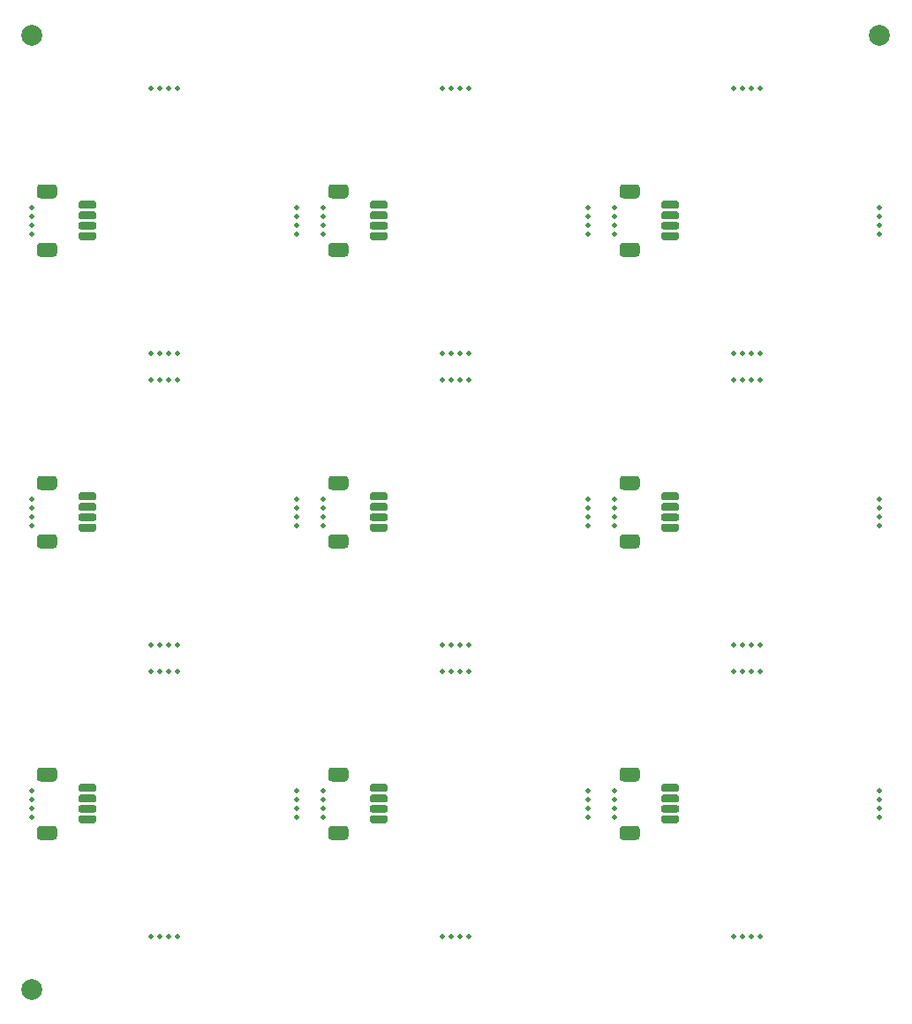
<source format=gts>
G04 #@! TF.GenerationSoftware,KiCad,Pcbnew,6.0.2+dfsg-1*
G04 #@! TF.CreationDate,2024-01-21T16:33:43-07:00*
G04 #@! TF.ProjectId,ckt-dingdong-spk-array,636b742d-6469-46e6-9764-6f6e672d7370,rev?*
G04 #@! TF.SameCoordinates,Original*
G04 #@! TF.FileFunction,Soldermask,Top*
G04 #@! TF.FilePolarity,Negative*
%FSLAX46Y46*%
G04 Gerber Fmt 4.6, Leading zero omitted, Abs format (unit mm)*
G04 Created by KiCad (PCBNEW 6.0.2+dfsg-1) date 2024-01-21 16:33:43*
%MOMM*%
%LPD*%
G01*
G04 APERTURE LIST*
%ADD10C,0.500000*%
%ADD11C,2.000000*%
G04 APERTURE END LIST*
D10*
X133260000Y-40743333D03*
X175170000Y-108900000D03*
G36*
G01*
X140477000Y-94323800D02*
X141727000Y-94323800D01*
G75*
G02*
X141953200Y-94550000I0J-226200D01*
G01*
X141953200Y-94850000D01*
G75*
G02*
X141727000Y-95076200I-226200J0D01*
G01*
X140477000Y-95076200D01*
G75*
G02*
X140250800Y-94850000I0J226200D01*
G01*
X140250800Y-94550000D01*
G75*
G02*
X140477000Y-94323800I226200J0D01*
G01*
G37*
G36*
G01*
X140477000Y-95323800D02*
X141727000Y-95323800D01*
G75*
G02*
X141953200Y-95550000I0J-226200D01*
G01*
X141953200Y-95850000D01*
G75*
G02*
X141727000Y-96076200I-226200J0D01*
G01*
X140477000Y-96076200D01*
G75*
G02*
X140250800Y-95850000I0J226200D01*
G01*
X140250800Y-95550000D01*
G75*
G02*
X140477000Y-95323800I226200J0D01*
G01*
G37*
G36*
G01*
X140477000Y-96323800D02*
X141727000Y-96323800D01*
G75*
G02*
X141953200Y-96550000I0J-226200D01*
G01*
X141953200Y-96850000D01*
G75*
G02*
X141727000Y-97076200I-226200J0D01*
G01*
X140477000Y-97076200D01*
G75*
G02*
X140250800Y-96850000I0J226200D01*
G01*
X140250800Y-96550000D01*
G75*
G02*
X140477000Y-96323800I226200J0D01*
G01*
G37*
G36*
G01*
X140477000Y-97323800D02*
X141727000Y-97323800D01*
G75*
G02*
X141953200Y-97550000I0J-226200D01*
G01*
X141953200Y-97850000D01*
G75*
G02*
X141727000Y-98076200I-226200J0D01*
G01*
X140477000Y-98076200D01*
G75*
G02*
X140250800Y-97850000I0J226200D01*
G01*
X140250800Y-97550000D01*
G75*
G02*
X140477000Y-97323800I226200J0D01*
G01*
G37*
G36*
G01*
X136577000Y-98323800D02*
X137877000Y-98323800D01*
G75*
G02*
X138203200Y-98650000I0J-326200D01*
G01*
X138203200Y-99350000D01*
G75*
G02*
X137877000Y-99676200I-326200J0D01*
G01*
X136577000Y-99676200D01*
G75*
G02*
X136250800Y-99350000I0J326200D01*
G01*
X136250800Y-98650000D01*
G75*
G02*
X136577000Y-98323800I326200J0D01*
G01*
G37*
G36*
G01*
X136577000Y-92723800D02*
X137877000Y-92723800D01*
G75*
G02*
X138203200Y-93050000I0J-326200D01*
G01*
X138203200Y-93750000D01*
G75*
G02*
X137877000Y-94076200I-326200J0D01*
G01*
X136577000Y-94076200D01*
G75*
G02*
X136250800Y-93750000I0J326200D01*
G01*
X136250800Y-93050000D01*
G75*
G02*
X136577000Y-92723800I326200J0D01*
G01*
G37*
X147230000Y-83500000D03*
X135800000Y-39050000D03*
X121830000Y-53020000D03*
X148923333Y-53020000D03*
X120983333Y-55560000D03*
X177710000Y-108900000D03*
X133260000Y-41590000D03*
X107860000Y-95776666D03*
X107860000Y-67836666D03*
X148923333Y-108900000D03*
X163740000Y-39896667D03*
G36*
G01*
X112537000Y-38443800D02*
X113787000Y-38443800D01*
G75*
G02*
X114013200Y-38670000I0J-226200D01*
G01*
X114013200Y-38970000D01*
G75*
G02*
X113787000Y-39196200I-226200J0D01*
G01*
X112537000Y-39196200D01*
G75*
G02*
X112310800Y-38970000I0J226200D01*
G01*
X112310800Y-38670000D01*
G75*
G02*
X112537000Y-38443800I226200J0D01*
G01*
G37*
G36*
G01*
X112537000Y-39443800D02*
X113787000Y-39443800D01*
G75*
G02*
X114013200Y-39670000I0J-226200D01*
G01*
X114013200Y-39970000D01*
G75*
G02*
X113787000Y-40196200I-226200J0D01*
G01*
X112537000Y-40196200D01*
G75*
G02*
X112310800Y-39970000I0J226200D01*
G01*
X112310800Y-39670000D01*
G75*
G02*
X112537000Y-39443800I226200J0D01*
G01*
G37*
G36*
G01*
X112537000Y-40443800D02*
X113787000Y-40443800D01*
G75*
G02*
X114013200Y-40670000I0J-226200D01*
G01*
X114013200Y-40970000D01*
G75*
G02*
X113787000Y-41196200I-226200J0D01*
G01*
X112537000Y-41196200D01*
G75*
G02*
X112310800Y-40970000I0J226200D01*
G01*
X112310800Y-40670000D01*
G75*
G02*
X112537000Y-40443800I226200J0D01*
G01*
G37*
G36*
G01*
X112537000Y-41443800D02*
X113787000Y-41443800D01*
G75*
G02*
X114013200Y-41670000I0J-226200D01*
G01*
X114013200Y-41970000D01*
G75*
G02*
X113787000Y-42196200I-226200J0D01*
G01*
X112537000Y-42196200D01*
G75*
G02*
X112310800Y-41970000I0J226200D01*
G01*
X112310800Y-41670000D01*
G75*
G02*
X112537000Y-41443800I226200J0D01*
G01*
G37*
G36*
G01*
X108637000Y-36843800D02*
X109937000Y-36843800D01*
G75*
G02*
X110263200Y-37170000I0J-326200D01*
G01*
X110263200Y-37870000D01*
G75*
G02*
X109937000Y-38196200I-326200J0D01*
G01*
X108637000Y-38196200D01*
G75*
G02*
X108310800Y-37870000I0J326200D01*
G01*
X108310800Y-37170000D01*
G75*
G02*
X108637000Y-36843800I326200J0D01*
G01*
G37*
G36*
G01*
X108637000Y-42443800D02*
X109937000Y-42443800D01*
G75*
G02*
X110263200Y-42770000I0J-326200D01*
G01*
X110263200Y-43470000D01*
G75*
G02*
X109937000Y-43796200I-326200J0D01*
G01*
X108637000Y-43796200D01*
G75*
G02*
X108310800Y-43470000I0J326200D01*
G01*
X108310800Y-42770000D01*
G75*
G02*
X108637000Y-42443800I326200J0D01*
G01*
G37*
X148076666Y-27620000D03*
X107860000Y-40743333D03*
X175170000Y-55560000D03*
G36*
G01*
X140477000Y-66383800D02*
X141727000Y-66383800D01*
G75*
G02*
X141953200Y-66610000I0J-226200D01*
G01*
X141953200Y-66910000D01*
G75*
G02*
X141727000Y-67136200I-226200J0D01*
G01*
X140477000Y-67136200D01*
G75*
G02*
X140250800Y-66910000I0J226200D01*
G01*
X140250800Y-66610000D01*
G75*
G02*
X140477000Y-66383800I226200J0D01*
G01*
G37*
G36*
G01*
X140477000Y-67383800D02*
X141727000Y-67383800D01*
G75*
G02*
X141953200Y-67610000I0J-226200D01*
G01*
X141953200Y-67910000D01*
G75*
G02*
X141727000Y-68136200I-226200J0D01*
G01*
X140477000Y-68136200D01*
G75*
G02*
X140250800Y-67910000I0J226200D01*
G01*
X140250800Y-67610000D01*
G75*
G02*
X140477000Y-67383800I226200J0D01*
G01*
G37*
G36*
G01*
X140477000Y-68383800D02*
X141727000Y-68383800D01*
G75*
G02*
X141953200Y-68610000I0J-226200D01*
G01*
X141953200Y-68910000D01*
G75*
G02*
X141727000Y-69136200I-226200J0D01*
G01*
X140477000Y-69136200D01*
G75*
G02*
X140250800Y-68910000I0J226200D01*
G01*
X140250800Y-68610000D01*
G75*
G02*
X140477000Y-68383800I226200J0D01*
G01*
G37*
G36*
G01*
X140477000Y-69383800D02*
X141727000Y-69383800D01*
G75*
G02*
X141953200Y-69610000I0J-226200D01*
G01*
X141953200Y-69910000D01*
G75*
G02*
X141727000Y-70136200I-226200J0D01*
G01*
X140477000Y-70136200D01*
G75*
G02*
X140250800Y-69910000I0J226200D01*
G01*
X140250800Y-69610000D01*
G75*
G02*
X140477000Y-69383800I226200J0D01*
G01*
G37*
G36*
G01*
X136577000Y-64783800D02*
X137877000Y-64783800D01*
G75*
G02*
X138203200Y-65110000I0J-326200D01*
G01*
X138203200Y-65810000D01*
G75*
G02*
X137877000Y-66136200I-326200J0D01*
G01*
X136577000Y-66136200D01*
G75*
G02*
X136250800Y-65810000I0J326200D01*
G01*
X136250800Y-65110000D01*
G75*
G02*
X136577000Y-64783800I326200J0D01*
G01*
G37*
G36*
G01*
X136577000Y-70383800D02*
X137877000Y-70383800D01*
G75*
G02*
X138203200Y-70710000I0J-326200D01*
G01*
X138203200Y-71410000D01*
G75*
G02*
X137877000Y-71736200I-326200J0D01*
G01*
X136577000Y-71736200D01*
G75*
G02*
X136250800Y-71410000I0J326200D01*
G01*
X136250800Y-70710000D01*
G75*
G02*
X136577000Y-70383800I326200J0D01*
G01*
G37*
X135800000Y-96623333D03*
X176016666Y-83500000D03*
X177710000Y-55560000D03*
X176016666Y-53020000D03*
X135800000Y-66990000D03*
X107860000Y-94930000D03*
X161200000Y-39050000D03*
X133260000Y-96623333D03*
X176863333Y-27620000D03*
X163740000Y-96623333D03*
X175170000Y-83500000D03*
X189140000Y-96623333D03*
X120136667Y-108900000D03*
X161200000Y-95776666D03*
X161200000Y-97470000D03*
X120136667Y-27620000D03*
X148076666Y-55560000D03*
X107860000Y-96623333D03*
X120983333Y-108900000D03*
X148076666Y-108900000D03*
X133260000Y-66990000D03*
D11*
X107860000Y-113980000D03*
D10*
X176863333Y-55560000D03*
X161200000Y-68683333D03*
X189140000Y-95776666D03*
X119290000Y-55560000D03*
X133260000Y-68683333D03*
X161200000Y-66990000D03*
X163740000Y-69530000D03*
X133260000Y-39896667D03*
X161200000Y-69530000D03*
X120136667Y-55560000D03*
X119290000Y-53020000D03*
X176863333Y-53020000D03*
X149770000Y-108900000D03*
X121830000Y-80960000D03*
D11*
X189140000Y-22540000D03*
D10*
X147230000Y-55560000D03*
X121830000Y-83500000D03*
X176016666Y-27620000D03*
X147230000Y-108900000D03*
G36*
G01*
X112537000Y-66383800D02*
X113787000Y-66383800D01*
G75*
G02*
X114013200Y-66610000I0J-226200D01*
G01*
X114013200Y-66910000D01*
G75*
G02*
X113787000Y-67136200I-226200J0D01*
G01*
X112537000Y-67136200D01*
G75*
G02*
X112310800Y-66910000I0J226200D01*
G01*
X112310800Y-66610000D01*
G75*
G02*
X112537000Y-66383800I226200J0D01*
G01*
G37*
G36*
G01*
X112537000Y-67383800D02*
X113787000Y-67383800D01*
G75*
G02*
X114013200Y-67610000I0J-226200D01*
G01*
X114013200Y-67910000D01*
G75*
G02*
X113787000Y-68136200I-226200J0D01*
G01*
X112537000Y-68136200D01*
G75*
G02*
X112310800Y-67910000I0J226200D01*
G01*
X112310800Y-67610000D01*
G75*
G02*
X112537000Y-67383800I226200J0D01*
G01*
G37*
G36*
G01*
X112537000Y-68383800D02*
X113787000Y-68383800D01*
G75*
G02*
X114013200Y-68610000I0J-226200D01*
G01*
X114013200Y-68910000D01*
G75*
G02*
X113787000Y-69136200I-226200J0D01*
G01*
X112537000Y-69136200D01*
G75*
G02*
X112310800Y-68910000I0J226200D01*
G01*
X112310800Y-68610000D01*
G75*
G02*
X112537000Y-68383800I226200J0D01*
G01*
G37*
G36*
G01*
X112537000Y-69383800D02*
X113787000Y-69383800D01*
G75*
G02*
X114013200Y-69610000I0J-226200D01*
G01*
X114013200Y-69910000D01*
G75*
G02*
X113787000Y-70136200I-226200J0D01*
G01*
X112537000Y-70136200D01*
G75*
G02*
X112310800Y-69910000I0J226200D01*
G01*
X112310800Y-69610000D01*
G75*
G02*
X112537000Y-69383800I226200J0D01*
G01*
G37*
G36*
G01*
X108637000Y-64783800D02*
X109937000Y-64783800D01*
G75*
G02*
X110263200Y-65110000I0J-326200D01*
G01*
X110263200Y-65810000D01*
G75*
G02*
X109937000Y-66136200I-326200J0D01*
G01*
X108637000Y-66136200D01*
G75*
G02*
X108310800Y-65810000I0J326200D01*
G01*
X108310800Y-65110000D01*
G75*
G02*
X108637000Y-64783800I326200J0D01*
G01*
G37*
G36*
G01*
X108637000Y-70383800D02*
X109937000Y-70383800D01*
G75*
G02*
X110263200Y-70710000I0J-326200D01*
G01*
X110263200Y-71410000D01*
G75*
G02*
X109937000Y-71736200I-326200J0D01*
G01*
X108637000Y-71736200D01*
G75*
G02*
X108310800Y-71410000I0J326200D01*
G01*
X108310800Y-70710000D01*
G75*
G02*
X108637000Y-70383800I326200J0D01*
G01*
G37*
X163740000Y-41590000D03*
X176016666Y-108900000D03*
X133260000Y-39050000D03*
X119290000Y-108900000D03*
X177710000Y-27620000D03*
X177710000Y-53020000D03*
X189140000Y-68683333D03*
X107860000Y-97470000D03*
X163740000Y-39050000D03*
X161200000Y-41590000D03*
X120136667Y-80960000D03*
D11*
X107860000Y-22540000D03*
D10*
X149770000Y-83500000D03*
X135800000Y-94930000D03*
X107860000Y-41590000D03*
G36*
G01*
X168417000Y-94323800D02*
X169667000Y-94323800D01*
G75*
G02*
X169893200Y-94550000I0J-226200D01*
G01*
X169893200Y-94850000D01*
G75*
G02*
X169667000Y-95076200I-226200J0D01*
G01*
X168417000Y-95076200D01*
G75*
G02*
X168190800Y-94850000I0J226200D01*
G01*
X168190800Y-94550000D01*
G75*
G02*
X168417000Y-94323800I226200J0D01*
G01*
G37*
G36*
G01*
X168417000Y-95323800D02*
X169667000Y-95323800D01*
G75*
G02*
X169893200Y-95550000I0J-226200D01*
G01*
X169893200Y-95850000D01*
G75*
G02*
X169667000Y-96076200I-226200J0D01*
G01*
X168417000Y-96076200D01*
G75*
G02*
X168190800Y-95850000I0J226200D01*
G01*
X168190800Y-95550000D01*
G75*
G02*
X168417000Y-95323800I226200J0D01*
G01*
G37*
G36*
G01*
X168417000Y-96323800D02*
X169667000Y-96323800D01*
G75*
G02*
X169893200Y-96550000I0J-226200D01*
G01*
X169893200Y-96850000D01*
G75*
G02*
X169667000Y-97076200I-226200J0D01*
G01*
X168417000Y-97076200D01*
G75*
G02*
X168190800Y-96850000I0J226200D01*
G01*
X168190800Y-96550000D01*
G75*
G02*
X168417000Y-96323800I226200J0D01*
G01*
G37*
G36*
G01*
X168417000Y-97323800D02*
X169667000Y-97323800D01*
G75*
G02*
X169893200Y-97550000I0J-226200D01*
G01*
X169893200Y-97850000D01*
G75*
G02*
X169667000Y-98076200I-226200J0D01*
G01*
X168417000Y-98076200D01*
G75*
G02*
X168190800Y-97850000I0J226200D01*
G01*
X168190800Y-97550000D01*
G75*
G02*
X168417000Y-97323800I226200J0D01*
G01*
G37*
G36*
G01*
X164517000Y-92723800D02*
X165817000Y-92723800D01*
G75*
G02*
X166143200Y-93050000I0J-326200D01*
G01*
X166143200Y-93750000D01*
G75*
G02*
X165817000Y-94076200I-326200J0D01*
G01*
X164517000Y-94076200D01*
G75*
G02*
X164190800Y-93750000I0J326200D01*
G01*
X164190800Y-93050000D01*
G75*
G02*
X164517000Y-92723800I326200J0D01*
G01*
G37*
G36*
G01*
X164517000Y-98323800D02*
X165817000Y-98323800D01*
G75*
G02*
X166143200Y-98650000I0J-326200D01*
G01*
X166143200Y-99350000D01*
G75*
G02*
X165817000Y-99676200I-326200J0D01*
G01*
X164517000Y-99676200D01*
G75*
G02*
X164190800Y-99350000I0J326200D01*
G01*
X164190800Y-98650000D01*
G75*
G02*
X164517000Y-98323800I326200J0D01*
G01*
G37*
X148923333Y-80960000D03*
X120983333Y-83500000D03*
X133260000Y-67836666D03*
X163740000Y-67836666D03*
X148076666Y-80960000D03*
X189140000Y-41590000D03*
X189140000Y-40743333D03*
X161200000Y-40743333D03*
X161200000Y-67836666D03*
X175170000Y-27620000D03*
X176863333Y-80960000D03*
X149770000Y-80960000D03*
G36*
G01*
X112537000Y-94323800D02*
X113787000Y-94323800D01*
G75*
G02*
X114013200Y-94550000I0J-226200D01*
G01*
X114013200Y-94850000D01*
G75*
G02*
X113787000Y-95076200I-226200J0D01*
G01*
X112537000Y-95076200D01*
G75*
G02*
X112310800Y-94850000I0J226200D01*
G01*
X112310800Y-94550000D01*
G75*
G02*
X112537000Y-94323800I226200J0D01*
G01*
G37*
G36*
G01*
X112537000Y-95323800D02*
X113787000Y-95323800D01*
G75*
G02*
X114013200Y-95550000I0J-226200D01*
G01*
X114013200Y-95850000D01*
G75*
G02*
X113787000Y-96076200I-226200J0D01*
G01*
X112537000Y-96076200D01*
G75*
G02*
X112310800Y-95850000I0J226200D01*
G01*
X112310800Y-95550000D01*
G75*
G02*
X112537000Y-95323800I226200J0D01*
G01*
G37*
G36*
G01*
X112537000Y-96323800D02*
X113787000Y-96323800D01*
G75*
G02*
X114013200Y-96550000I0J-226200D01*
G01*
X114013200Y-96850000D01*
G75*
G02*
X113787000Y-97076200I-226200J0D01*
G01*
X112537000Y-97076200D01*
G75*
G02*
X112310800Y-96850000I0J226200D01*
G01*
X112310800Y-96550000D01*
G75*
G02*
X112537000Y-96323800I226200J0D01*
G01*
G37*
G36*
G01*
X112537000Y-97323800D02*
X113787000Y-97323800D01*
G75*
G02*
X114013200Y-97550000I0J-226200D01*
G01*
X114013200Y-97850000D01*
G75*
G02*
X113787000Y-98076200I-226200J0D01*
G01*
X112537000Y-98076200D01*
G75*
G02*
X112310800Y-97850000I0J226200D01*
G01*
X112310800Y-97550000D01*
G75*
G02*
X112537000Y-97323800I226200J0D01*
G01*
G37*
G36*
G01*
X108637000Y-92723800D02*
X109937000Y-92723800D01*
G75*
G02*
X110263200Y-93050000I0J-326200D01*
G01*
X110263200Y-93750000D01*
G75*
G02*
X109937000Y-94076200I-326200J0D01*
G01*
X108637000Y-94076200D01*
G75*
G02*
X108310800Y-93750000I0J326200D01*
G01*
X108310800Y-93050000D01*
G75*
G02*
X108637000Y-92723800I326200J0D01*
G01*
G37*
G36*
G01*
X108637000Y-98323800D02*
X109937000Y-98323800D01*
G75*
G02*
X110263200Y-98650000I0J-326200D01*
G01*
X110263200Y-99350000D01*
G75*
G02*
X109937000Y-99676200I-326200J0D01*
G01*
X108637000Y-99676200D01*
G75*
G02*
X108310800Y-99350000I0J326200D01*
G01*
X108310800Y-98650000D01*
G75*
G02*
X108637000Y-98323800I326200J0D01*
G01*
G37*
X189140000Y-69530000D03*
X149770000Y-55560000D03*
X149770000Y-27620000D03*
X176863333Y-108900000D03*
X175170000Y-53020000D03*
X189140000Y-39050000D03*
X120983333Y-80960000D03*
X107860000Y-68683333D03*
X163740000Y-97470000D03*
G36*
G01*
X168417000Y-66383800D02*
X169667000Y-66383800D01*
G75*
G02*
X169893200Y-66610000I0J-226200D01*
G01*
X169893200Y-66910000D01*
G75*
G02*
X169667000Y-67136200I-226200J0D01*
G01*
X168417000Y-67136200D01*
G75*
G02*
X168190800Y-66910000I0J226200D01*
G01*
X168190800Y-66610000D01*
G75*
G02*
X168417000Y-66383800I226200J0D01*
G01*
G37*
G36*
G01*
X168417000Y-67383800D02*
X169667000Y-67383800D01*
G75*
G02*
X169893200Y-67610000I0J-226200D01*
G01*
X169893200Y-67910000D01*
G75*
G02*
X169667000Y-68136200I-226200J0D01*
G01*
X168417000Y-68136200D01*
G75*
G02*
X168190800Y-67910000I0J226200D01*
G01*
X168190800Y-67610000D01*
G75*
G02*
X168417000Y-67383800I226200J0D01*
G01*
G37*
G36*
G01*
X168417000Y-68383800D02*
X169667000Y-68383800D01*
G75*
G02*
X169893200Y-68610000I0J-226200D01*
G01*
X169893200Y-68910000D01*
G75*
G02*
X169667000Y-69136200I-226200J0D01*
G01*
X168417000Y-69136200D01*
G75*
G02*
X168190800Y-68910000I0J226200D01*
G01*
X168190800Y-68610000D01*
G75*
G02*
X168417000Y-68383800I226200J0D01*
G01*
G37*
G36*
G01*
X168417000Y-69383800D02*
X169667000Y-69383800D01*
G75*
G02*
X169893200Y-69610000I0J-226200D01*
G01*
X169893200Y-69910000D01*
G75*
G02*
X169667000Y-70136200I-226200J0D01*
G01*
X168417000Y-70136200D01*
G75*
G02*
X168190800Y-69910000I0J226200D01*
G01*
X168190800Y-69610000D01*
G75*
G02*
X168417000Y-69383800I226200J0D01*
G01*
G37*
G36*
G01*
X164517000Y-70383800D02*
X165817000Y-70383800D01*
G75*
G02*
X166143200Y-70710000I0J-326200D01*
G01*
X166143200Y-71410000D01*
G75*
G02*
X165817000Y-71736200I-326200J0D01*
G01*
X164517000Y-71736200D01*
G75*
G02*
X164190800Y-71410000I0J326200D01*
G01*
X164190800Y-70710000D01*
G75*
G02*
X164517000Y-70383800I326200J0D01*
G01*
G37*
G36*
G01*
X164517000Y-64783800D02*
X165817000Y-64783800D01*
G75*
G02*
X166143200Y-65110000I0J-326200D01*
G01*
X166143200Y-65810000D01*
G75*
G02*
X165817000Y-66136200I-326200J0D01*
G01*
X164517000Y-66136200D01*
G75*
G02*
X164190800Y-65810000I0J326200D01*
G01*
X164190800Y-65110000D01*
G75*
G02*
X164517000Y-64783800I326200J0D01*
G01*
G37*
X119290000Y-80960000D03*
X135800000Y-67836666D03*
X163740000Y-94930000D03*
X148923333Y-55560000D03*
X176016666Y-55560000D03*
X133260000Y-69530000D03*
X120136667Y-83500000D03*
X135800000Y-69530000D03*
X148076666Y-53020000D03*
X176863333Y-83500000D03*
X163740000Y-68683333D03*
X135800000Y-41590000D03*
X107860000Y-66990000D03*
X121830000Y-108900000D03*
G36*
G01*
X168417000Y-38443800D02*
X169667000Y-38443800D01*
G75*
G02*
X169893200Y-38670000I0J-226200D01*
G01*
X169893200Y-38970000D01*
G75*
G02*
X169667000Y-39196200I-226200J0D01*
G01*
X168417000Y-39196200D01*
G75*
G02*
X168190800Y-38970000I0J226200D01*
G01*
X168190800Y-38670000D01*
G75*
G02*
X168417000Y-38443800I226200J0D01*
G01*
G37*
G36*
G01*
X168417000Y-39443800D02*
X169667000Y-39443800D01*
G75*
G02*
X169893200Y-39670000I0J-226200D01*
G01*
X169893200Y-39970000D01*
G75*
G02*
X169667000Y-40196200I-226200J0D01*
G01*
X168417000Y-40196200D01*
G75*
G02*
X168190800Y-39970000I0J226200D01*
G01*
X168190800Y-39670000D01*
G75*
G02*
X168417000Y-39443800I226200J0D01*
G01*
G37*
G36*
G01*
X168417000Y-40443800D02*
X169667000Y-40443800D01*
G75*
G02*
X169893200Y-40670000I0J-226200D01*
G01*
X169893200Y-40970000D01*
G75*
G02*
X169667000Y-41196200I-226200J0D01*
G01*
X168417000Y-41196200D01*
G75*
G02*
X168190800Y-40970000I0J226200D01*
G01*
X168190800Y-40670000D01*
G75*
G02*
X168417000Y-40443800I226200J0D01*
G01*
G37*
G36*
G01*
X168417000Y-41443800D02*
X169667000Y-41443800D01*
G75*
G02*
X169893200Y-41670000I0J-226200D01*
G01*
X169893200Y-41970000D01*
G75*
G02*
X169667000Y-42196200I-226200J0D01*
G01*
X168417000Y-42196200D01*
G75*
G02*
X168190800Y-41970000I0J226200D01*
G01*
X168190800Y-41670000D01*
G75*
G02*
X168417000Y-41443800I226200J0D01*
G01*
G37*
G36*
G01*
X164517000Y-42443800D02*
X165817000Y-42443800D01*
G75*
G02*
X166143200Y-42770000I0J-326200D01*
G01*
X166143200Y-43470000D01*
G75*
G02*
X165817000Y-43796200I-326200J0D01*
G01*
X164517000Y-43796200D01*
G75*
G02*
X164190800Y-43470000I0J326200D01*
G01*
X164190800Y-42770000D01*
G75*
G02*
X164517000Y-42443800I326200J0D01*
G01*
G37*
G36*
G01*
X164517000Y-36843800D02*
X165817000Y-36843800D01*
G75*
G02*
X166143200Y-37170000I0J-326200D01*
G01*
X166143200Y-37870000D01*
G75*
G02*
X165817000Y-38196200I-326200J0D01*
G01*
X164517000Y-38196200D01*
G75*
G02*
X164190800Y-37870000I0J326200D01*
G01*
X164190800Y-37170000D01*
G75*
G02*
X164517000Y-36843800I326200J0D01*
G01*
G37*
X121830000Y-55560000D03*
X148076666Y-83500000D03*
X121830000Y-27620000D03*
X175170000Y-80960000D03*
X119290000Y-27620000D03*
X119290000Y-83500000D03*
X107860000Y-69530000D03*
X135800000Y-68683333D03*
X189140000Y-97470000D03*
X148923333Y-27620000D03*
X147230000Y-27620000D03*
X107860000Y-39896667D03*
X135800000Y-95776666D03*
X135800000Y-97470000D03*
X133260000Y-95776666D03*
X161200000Y-39896667D03*
X189140000Y-39896667D03*
X161200000Y-96623333D03*
X133260000Y-94930000D03*
X149770000Y-53020000D03*
X148923333Y-83500000D03*
X189140000Y-66990000D03*
X147230000Y-80960000D03*
X147230000Y-53020000D03*
X189140000Y-67836666D03*
X177710000Y-80960000D03*
X107860000Y-39050000D03*
X163740000Y-40743333D03*
G36*
G01*
X140477000Y-38443800D02*
X141727000Y-38443800D01*
G75*
G02*
X141953200Y-38670000I0J-226200D01*
G01*
X141953200Y-38970000D01*
G75*
G02*
X141727000Y-39196200I-226200J0D01*
G01*
X140477000Y-39196200D01*
G75*
G02*
X140250800Y-38970000I0J226200D01*
G01*
X140250800Y-38670000D01*
G75*
G02*
X140477000Y-38443800I226200J0D01*
G01*
G37*
G36*
G01*
X140477000Y-39443800D02*
X141727000Y-39443800D01*
G75*
G02*
X141953200Y-39670000I0J-226200D01*
G01*
X141953200Y-39970000D01*
G75*
G02*
X141727000Y-40196200I-226200J0D01*
G01*
X140477000Y-40196200D01*
G75*
G02*
X140250800Y-39970000I0J226200D01*
G01*
X140250800Y-39670000D01*
G75*
G02*
X140477000Y-39443800I226200J0D01*
G01*
G37*
G36*
G01*
X140477000Y-40443800D02*
X141727000Y-40443800D01*
G75*
G02*
X141953200Y-40670000I0J-226200D01*
G01*
X141953200Y-40970000D01*
G75*
G02*
X141727000Y-41196200I-226200J0D01*
G01*
X140477000Y-41196200D01*
G75*
G02*
X140250800Y-40970000I0J226200D01*
G01*
X140250800Y-40670000D01*
G75*
G02*
X140477000Y-40443800I226200J0D01*
G01*
G37*
G36*
G01*
X140477000Y-41443800D02*
X141727000Y-41443800D01*
G75*
G02*
X141953200Y-41670000I0J-226200D01*
G01*
X141953200Y-41970000D01*
G75*
G02*
X141727000Y-42196200I-226200J0D01*
G01*
X140477000Y-42196200D01*
G75*
G02*
X140250800Y-41970000I0J226200D01*
G01*
X140250800Y-41670000D01*
G75*
G02*
X140477000Y-41443800I226200J0D01*
G01*
G37*
G36*
G01*
X136577000Y-36843800D02*
X137877000Y-36843800D01*
G75*
G02*
X138203200Y-37170000I0J-326200D01*
G01*
X138203200Y-37870000D01*
G75*
G02*
X137877000Y-38196200I-326200J0D01*
G01*
X136577000Y-38196200D01*
G75*
G02*
X136250800Y-37870000I0J326200D01*
G01*
X136250800Y-37170000D01*
G75*
G02*
X136577000Y-36843800I326200J0D01*
G01*
G37*
G36*
G01*
X136577000Y-42443800D02*
X137877000Y-42443800D01*
G75*
G02*
X138203200Y-42770000I0J-326200D01*
G01*
X138203200Y-43470000D01*
G75*
G02*
X137877000Y-43796200I-326200J0D01*
G01*
X136577000Y-43796200D01*
G75*
G02*
X136250800Y-43470000I0J326200D01*
G01*
X136250800Y-42770000D01*
G75*
G02*
X136577000Y-42443800I326200J0D01*
G01*
G37*
X177710000Y-83500000D03*
X135800000Y-40743333D03*
X135800000Y-39896667D03*
X120983333Y-53020000D03*
X120136667Y-53020000D03*
X163740000Y-95776666D03*
X189140000Y-94930000D03*
X133260000Y-97470000D03*
X161200000Y-94930000D03*
X176016666Y-80960000D03*
X163740000Y-66990000D03*
X120983333Y-27620000D03*
M02*

</source>
